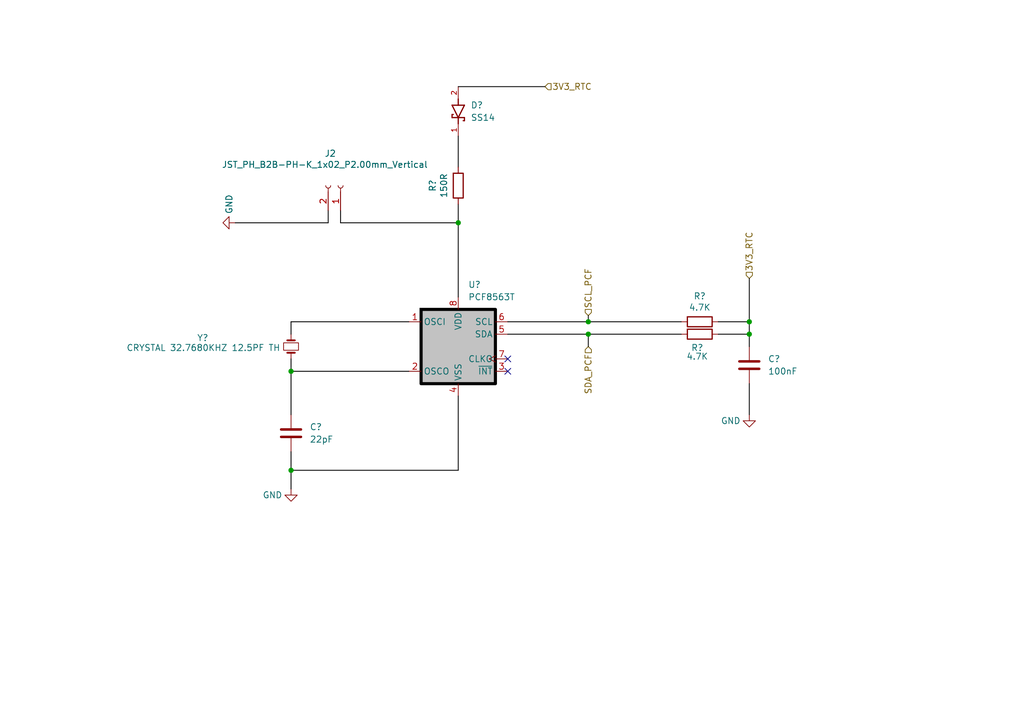
<source format=kicad_sch>
(kicad_sch (version 20250114) (generator "eeschema") (generator_version "9.0")
  (paper "A5")
  (lib_symbols
    (symbol "Connector:Conn_01x02_Socket" (pin_names (offset 1.016) (hide yes))
      (property "Reference" "J" (at 0 2.54 0))
      (property "Value" "Conn_01x02_Socket" (at 0 -5.08 0))
      (symbol "Conn_01x02_Socket_1_1"
        (polyline (pts (xy -1.27 0) (xy -0.508 0)) (stroke (width 0.1524)))
        (polyline (pts (xy -1.27 -2.54) (xy -0.508 -2.54)) (stroke (width 0.1524)))
        (arc (start 0 -0.508) (mid -0.5058 0) (end 0 0.508) (stroke (width 0.1524)))
        (arc (start 0 -3.048) (mid -0.5058 -2.54) (end 0 -2.032) (stroke (width 0.1524)))
        (pin passive line (at -5.08 0 0) (length 3.81) (name "Pin_1") (number "1"))
        (pin passive line (at -5.08 -2.54 0) (length 3.81) (name "Pin_2") (number "2"))
      )
    )
    (symbol "Device:C" (pin_numbers (hide yes)) (pin_names (offset 0.254))
      (property "Reference" "C" (at 0.635 2.54 0))
      (property "Value" "C" (at 0.635 -2.54 0))
      (symbol "C_0_1"
        (polyline (pts (xy -2.032 0.762) (xy 2.032 0.762)) (stroke (width 0.508)))
        (polyline (pts (xy -2.032 -0.762) (xy 2.032 -0.762)) (stroke (width 0.508)))
      )
      (symbol "C_1_1"
        (pin passive line (at 0 3.81 270) (length 2.794) (name "~") (number "1"))
        (pin passive line (at 0 -3.81 90) (length 2.794) (name "~") (number "2"))
      )
    )
    (symbol "Device:Crystal_Small" (pin_numbers (hide yes)) (pin_names (offset 1.016) (hide yes))
      (property "Reference" "Y" (at 0 2.54 0))
      (property "Value" "Crystal_Small" (at 0 -2.54 0))
      (symbol "Crystal_Small_0_1"
        (polyline (pts (xy -1.27 -0.762) (xy -1.27 0.762)) (stroke (width 0.381)))
        (rectangle (start -0.762 -1.524) (end 0.762 1.524))
        (polyline (pts (xy 1.27 -0.762) (xy 1.27 0.762)) (stroke (width 0.381)))
      )
      (symbol "Crystal_Small_1_1"
        (pin passive line (at -2.54 0 0) (length 1.27) (name "1") (number "1"))
        (pin passive line (at 2.54 0 180) (length 1.27) (name "2") (number "2"))
      )
    )
    (symbol "Device:R" (pin_numbers (hide yes)) (pin_names (offset 0))
      (property "Reference" "R" (at 2.032 0 90))
      (property "Value" "R" (at 0 0 90))
      (symbol "R_0_1"
        (rectangle (start -1.016 -2.54) (end 1.016 2.54) (stroke (width 0.254)))
      )
      (symbol "R_1_1"
        (pin passive line (at 0 3.81 270) (length 1.27) (name "~") (number "1"))
        (pin passive line (at 0 -3.81 90) (length 1.27) (name "~") (number "2"))
      )
    )
    (symbol "SS14:SS14" (pin_names (offset 1.016))
      (property "Reference" "D6" (at -1.2701 2.54 90))
      (property "Value" "SS14" (at 1.2699 2.54 90))
      (symbol "SS14_0_0"
        (polyline (pts (xy -2.54 0) (xy -1.27 0)) (stroke (width 0.254)))
        (polyline (pts (xy -1.27 1.27) (xy -1.27 0)) (stroke (width 0.254)))
        (polyline (pts (xy -1.27 0) (xy -1.27 -1.27)) (stroke (width 0.254)))
        (polyline (pts (xy -1.27 -1.27) (xy 1.27 0)) (stroke (width 0.254)))
        (polyline (pts (xy 0.635 -1.016) (xy 0.635 -1.27)) (stroke (width 0.254)))
        (polyline (pts (xy 1.27 1.27) (xy 1.27 0)) (stroke (width 0.254)))
        (polyline (pts (xy 1.27 0) (xy -1.27 1.27)) (stroke (width 0.254)))
        (polyline (pts (xy 1.27 0) (xy 1.27 -1.27)) (stroke (width 0.254)))
        (polyline (pts (xy 1.27 -1.27) (xy 0.635 -1.27)) (stroke (width 0.254)))
        (polyline (pts (xy 1.905 1.27) (xy 1.27 1.27)) (stroke (width 0.254)))
        (polyline (pts (xy 1.905 1.27) (xy 1.905 1.016)) (stroke (width 0.254)))
        (polyline (pts (xy 2.54 0) (xy 1.27 0)) (stroke (width 0.254)))
      )
      (symbol "SS14_1_0"
        (pin passive line (at -5.08 0 0) (length 2.54) (name "~") (number "2"))
        (pin passive line (at 5.08 0 180) (length 2.54) (name "~") (number "1"))
      )
    )
    (symbol "Timer_RTC:PCF8563T"
      (property "Reference" "U6" (at 2.0194 12.7 0))
      (property "Value" "PCF8563T" (at 2.0194 10.16 0))
      (symbol "PCF8563T_1_1"
        (rectangle (start -7.62 7.62) (end 7.62 -7.62) (stroke (width 0.635) (color 0 0 0 1)) (fill (type color) (color 194 194 194 1)))
        (pin input line (at -10.16 5.08 0) (length 2.54) (name "OSCI") (number "1"))
        (pin output line (at -10.16 -5.08 0) (length 2.54) (name "OSCO") (number "2"))
        (pin power_in line (at 0 10.16 270) (length 2.54) (name "VDD") (number "8"))
        (pin power_in line (at 0 -10.16 90) (length 2.54) (name "VSS") (number "4"))
        (pin input line (at 10.16 5.08 180) (length 2.54) (name "SCL") (number "6"))
        (pin bidirectional line (at 10.16 2.54 180) (length 2.54) (name "SDA") (number "5"))
        (pin output clock (at 10.16 -2.54 180) (length 2.54) (name "CLKO") (number "7"))
        (pin output line (at 10.16 -5.08 180) (length 2.54) (name "~{INT}") (number "3"))
      )
    )
    (symbol "power:GND" (power) (pin_names (offset 0))
      (property "Value" "GND" (at 0 -3.81 0))
      (symbol "GND_0_1"
        (polyline (pts (xy 0 0) (xy 0 -1.27) (xy 1.27 -1.27) (xy 0 -2.54) (xy -1.27 -1.27) (xy 0 -1.27)))
      )
      (symbol "GND_1_1"
        (pin power_in line (at 0 0 270) (length 0) (hide yes) (name "GND") (number "1"))
      )
    )
  )
  (junction (at 93.98 45.72))
  (junction (at 59.69 96.52))
  (junction (at 153.67 66.04))
  (junction (at 120.65 68.58))
  (junction (at 120.65 66.04))
  (junction (at 59.69 76.2))
  (junction (at 153.67 68.58))
  (no_connect (at 104.14 76.2))
  (no_connect (at 104.14 73.66))
  (wire (pts (xy 83.82 66.04) (xy 59.69 66.04)) (stroke (width 0.1778) (color 0 0 0 1)))
  (wire (pts (xy 120.65 64.77) (xy 120.65 66.04)) (stroke (width 0.1778) (color 0 0 0 1)))
  (wire (pts (xy 93.98 45.72) (xy 93.98 60.96)) (stroke (width 0.1778) (color 0 0 0 1)))
  (wire (pts (xy 120.65 66.04) (xy 139.7 66.04)) (stroke (width 0.1778) (color 0 0 0 1)))
  (wire (pts (xy 120.65 68.58) (xy 120.65 71.12)) (stroke (width 0.1778) (color 0 0 0 1)))
  (wire (pts (xy 153.67 66.04) (xy 153.67 68.58)) (stroke (width 0.1778) (color 0 0 0 1)))
  (wire (pts (xy 59.69 66.04) (xy 59.69 68.58)) (stroke (width 0.1778) (color 0 0 0 1)))
  (wire (pts (xy 147.32 68.58) (xy 153.67 68.58)) (stroke (width 0.1778) (color 0 0 0 1)))
  (wire (pts (xy 59.69 76.2) (xy 59.69 73.66)) (stroke (width 0.1778) (color 0 0 0 1)))
  (wire (pts (xy 48.26 45.72) (xy 67.31 45.72)) (stroke (width 0.1778) (color 0 0 0 1)))
  (wire (pts (xy 59.69 76.2) (xy 83.82 76.2)) (stroke (width 0.1778) (color 0 0 0 1)))
  (wire (pts (xy 69.85 43.18) (xy 69.85 45.72)) (stroke (width 0.1778) (color 0 0 0 1)))
  (wire (pts (xy 153.67 57.15) (xy 153.67 66.04)) (stroke (width 0.1778) (color 0 0 0 1)))
  (wire (pts (xy 120.65 68.58) (xy 139.7 68.58)) (stroke (width 0.1778) (color 0 0 0 1)))
  (wire (pts (xy 147.32 66.04) (xy 153.67 66.04)) (stroke (width 0.1778) (color 0 0 0 1)))
  (wire (pts (xy 93.98 96.52) (xy 93.98 81.28)) (stroke (width 0.1778) (color 0 0 0 1)))
  (wire (pts (xy 69.85 45.72) (xy 93.98 45.72)) (stroke (width 0.1778) (color 0 0 0 1)))
  (wire (pts (xy 104.14 66.04) (xy 120.65 66.04)) (stroke (width 0.1778) (color 0 0 0 1)))
  (wire (pts (xy 59.69 100.33) (xy 59.69 96.52)) (stroke (width 0.1778) (color 0 0 0 1)))
  (wire (pts (xy 59.69 96.52) (xy 93.98 96.52)) (stroke (width 0.1778) (color 0 0 0 1)))
  (wire (pts (xy 153.67 68.58) (xy 153.67 71.12)) (stroke (width 0.1778) (color 0 0 0 1)))
  (wire (pts (xy 104.14 68.58) (xy 120.65 68.58)) (stroke (width 0.1778) (color 0 0 0 1)))
  (wire (pts (xy 59.69 96.52) (xy 59.69 92.71)) (stroke (width 0.1778) (color 0 0 0 1)))
  (wire (pts (xy 111.76 17.78) (xy 93.98 17.78)) (stroke (width 0.1778) (color 0 0 0 1)))
  (wire (pts (xy 67.31 43.18) (xy 67.31 45.72)) (stroke (width 0.1778) (color 0 0 0 1)))
  (wire (pts (xy 93.98 41.91) (xy 93.98 45.72)) (stroke (width 0.1778) (color 0 0 0 1)))
  (wire (pts (xy 59.69 85.09) (xy 59.69 76.2)) (stroke (width 0.1778) (color 0 0 0 1)))
  (wire (pts (xy 93.98 34.29) (xy 93.98 27.94)) (stroke (width 0.1778) (color 0 0 0 1)))
  (wire (pts (xy 153.67 78.74) (xy 153.67 85.09)) (stroke (width 0.1778) (color 0 0 0 1)))
  (hierarchical_label "3V3_RTC" (shape input) (at 111.76 17.78 0))
  (hierarchical_label "3V3_RTC" (shape input) (at 153.67 57.15 90))
  (hierarchical_label "SCL_PCF" (shape input) (at 120.65 64.77 90))
  (hierarchical_label "SDA_PCF" (shape input) (at 120.65 71.12 270))
  (symbol (lib_id "power:GND") (at 48.26 45.72 270) (unit 1)
    (property "Reference" "#PWR069" (effects (hide yes)))
    (property "Value" "GND" (at 46.99 41.91 0))
    (instances (project "I2CDevice" (path "" (reference "#PWR?") (unit 1))) (project "Movita_CM4_CT_Router_V1.0" (path "" (reference "#PWR069") (unit 1))))
  )
  (symbol (lib_id "Device:R") (at 93.98 38.1 0) (unit 1)
    (property "Reference" "R43" (at 88.7222 38.1 90))
    (property "Value" "150R" (at 91.0336 38.1 90))
    (property "Footprint" "Resistor_SMD:R_0603_1608Metric" (effects (hide yes)))
    (instances (project "I2CDevice" (path "" (reference "R?") (unit 1))) (project "Movita_CM4_CT_Router_V1.0" (path "" (reference "R43") (unit 1))))
  )
  (symbol (lib_id "Device:R") (at 143.51 68.58 270) (unit 1)
    (property "Reference" "R45" (at 143.002 71.374 90))
    (property "Value" "4.7K" (at 143.002 73.152 90))
    (property "Footprint" "Resistor_SMD:R_0603_1608Metric" (effects (hide yes)))
    (instances (project "I2CDevice" (path "" (reference "R?") (unit 1))) (project "Movita_CM4_CT_Router_V1.0" (path "" (reference "R45") (unit 1))))
  )
  (symbol (lib_id "power:GND") (at 59.69 100.33 0) (unit 1)
    (property "Reference" "#PWR070" (effects (hide yes)))
    (property "Value" "GND" (at 55.88 101.6 0))
    (instances (project "I2CDevice" (path "" (reference "#PWR?") (unit 1))) (project "Movita_CM4_CT_Router_V1.0" (path "" (reference "#PWR070") (unit 1))))
  )
  (symbol (lib_id "Device:C") (at 153.67 74.93 0) (unit 1)
    (property "Reference" "C45" (at 157.48 73.6599 0) (effects (justify left)))
    (property "Value" "100nF" (at 157.48 76.1999 0) (effects (justify left)))
    (property "Footprint" "Capacitor_SMD:C_0603_1608Metric" (effects (hide yes)))
    (instances (project "I2CDevice" (path "" (reference "C?") (unit 1))) (project "Movita_CM4_CT_Router_V1.0" (path "" (reference "C45") (unit 1))))
  )
  (symbol (lib_id "Connector:Conn_01x02_Socket") (at 69.85 38.1 270) (mirror x) (unit 1)
    (property "Reference" "J2" (at 66.548 31.496 90) (effects (justify left)))
    (property "Value" "JST_PH_B2B-PH-K_1x02_P2.00mm_Vertical" (at 45.4745 33.7821 90) (effects (justify left)))
    (property "Footprint" "Connector_JST:JST_PH_B2B-PH-K_1x02_P2.00mm_Vertical" (effects (hide yes)))
    (property "Description" "Generic connector, single row, 01x02, script generated" (effects (hide yes)))
    (property "MPN" "JST_PH_B2B-PH-K_1x02_P2.00mm_Vertical" (effects (hide yes)))
  )
  (symbol (lib_id "Device:C") (at 59.69 88.9 0) (unit 1)
    (property "Reference" "C43" (at 63.5 87.6299 0) (effects (justify left)))
    (property "Value" "22pF" (at 63.5 90.1699 0) (effects (justify left)))
    (property "Footprint" "Capacitor_SMD:C_0603_1608Metric" (effects (hide yes)))
    (instances (project "I2CDevice" (path "" (reference "C?") (unit 1))) (project "Movita_CM4_CT_Router_V1.0" (path "" (reference "C43") (unit 1))))
  )
  (symbol (lib_id "SS14:SS14") (at 93.98 22.86 270) (unit 1)
    (property "Reference" "D10" (at 96.52 21.5899 90) (effects (justify left)))
    (property "Value" "SS14" (at 96.52 24.1299 90) (effects (justify left)))
    (property "Footprint" "Footprint Library:SS14" (effects (hide yes)))
    (instances (project "I2CDevice" (path "" (reference "D?") (unit 1))) (project "Movita_CM4_CT_Router_V1.0" (path "" (reference "D10") (unit 1))))
  )
  (symbol (lib_id "power:GND") (at 153.67 85.09 0) (unit 1)
    (property "Reference" "#PWR071" (effects (hide yes)))
    (property "Value" "GND" (at 149.86 86.36 0))
    (instances (project "I2CDevice" (path "" (reference "#PWR?") (unit 1))) (project "Movita_CM4_CT_Router_V1.0" (path "" (reference "#PWR071") (unit 1))))
  )
  (symbol (lib_id "Device:R") (at 143.51 66.04 270) (unit 1)
    (property "Reference" "R44" (at 143.51 60.7822 90))
    (property "Value" "4.7K" (at 143.51 63.0936 90))
    (property "Footprint" "Resistor_SMD:R_0603_1608Metric" (effects (hide yes)))
    (instances (project "I2CDevice" (path "" (reference "R?") (unit 1))) (project "Movita_CM4_CT_Router_V1.0" (path "" (reference "R44") (unit 1))))
  )
  (symbol (lib_id "Timer_RTC:PCF8563T") (at 93.98 71.12 0) (unit 1)
    (property "Reference" "U6" (at 95.9994 58.42 0) (effects (justify left)))
    (property "Value" "PCF8563T" (at 95.9994 60.96 0) (effects (justify left)))
    (property "Footprint" "Package_SO:SOIC-8_3.9x4.9mm_P1.27mm" (effects (hide yes)))
    (property "Datasheet" "https://assets.nexperia.com/documents/data-sheet/PCF8563.pdf" (effects (hide yes)))
    (property "Link" "https://www.lcsc.com/product-detail/Real-time-Clocks-RTC_NXP-Semicon-PCF8563T-5-518_C7440.html" (effects (hide yes)))
    (property "MPN" "PCF8563T/5,518" (effects (hide yes)))
    (instances (project "I2CDevice" (path "" (reference "U?") (unit 1))) (project "Movita_CM4_CT_Router_V1.0" (path "" (reference "U6") (unit 1))))
  )
  (symbol (lib_id "Device:Crystal_Small") (at 59.69 71.12 90) (unit 1)
    (property "Reference" "Y3" (at 40.386 69.342 90) (effects (justify right)))
    (property "Value" "CRYSTAL 32.7680KHZ 12.5PF TH" (at 25.908 71.374 90) (effects (justify right)))
    (property "Footprint" "Crystal:Crystal_AT310_D3.0mm_L10.0mm_Horizontal" (effects (hide yes)))
    (property "MPN" "CFS20632768DZFB" (effects (hide yes)))
    (property "Link" "https://www.digikey.com/en/products/detail/citizen-finedevice-co-ltd/CFS-20632768DZFB/283736" (effects (hide yes)))
    (instances (project "I2CDevice" (path "" (reference "Y?") (unit 1))) (project "Movita_CM4_CT_Router_V1.0" (path "" (reference "Y3") (unit 1))))
  )
)
</source>
